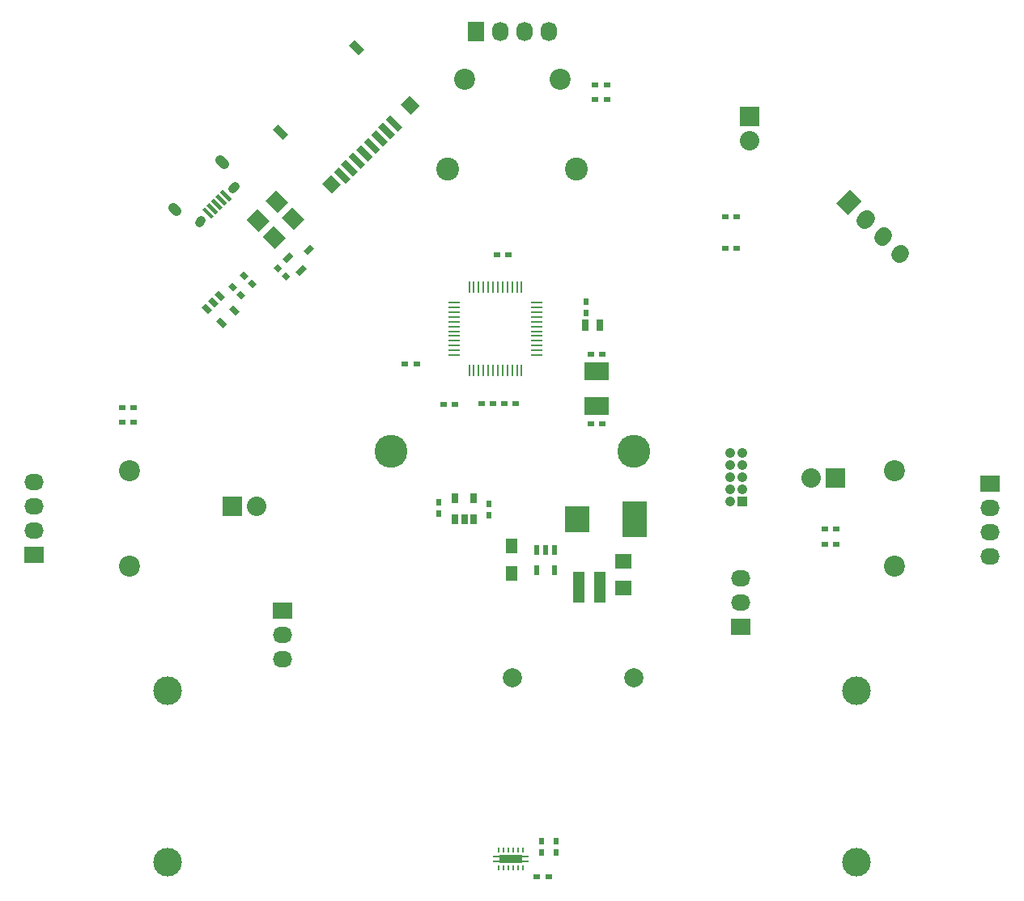
<source format=gbr>
G04 #@! TF.FileFunction,Soldermask,Top*
%FSLAX46Y46*%
G04 Gerber Fmt 4.6, Leading zero omitted, Abs format (unit mm)*
G04 Created by KiCad (PCBNEW (2015-07-04 BZR 5884, Git c1bbf3e)-product) date 02/05/2016 12:26:27 PM*
%MOMM*%
G01*
G04 APERTURE LIST*
%ADD10C,0.100000*%
%ADD11C,0.950000*%
%ADD12C,1.000000*%
%ADD13C,3.450000*%
%ADD14C,2.000000*%
%ADD15R,1.300000X0.250000*%
%ADD16R,0.250000X1.300000*%
%ADD17C,2.400000*%
%ADD18R,0.600000X0.700000*%
%ADD19R,0.700000X0.600000*%
%ADD20R,0.635000X1.143000*%
%ADD21R,1.150000X3.300000*%
%ADD22R,2.032000X2.032000*%
%ADD23O,2.032000X2.032000*%
%ADD24R,2.032000X1.727200*%
%ADD25O,2.032000X1.727200*%
%ADD26R,0.650000X1.060000*%
%ADD27R,0.599440X1.000760*%
%ADD28R,2.537160X1.837160*%
%ADD29R,1.200000X1.500000*%
%ADD30R,2.550160X2.700020*%
%ADD31R,2.550160X3.799840*%
%ADD32R,1.803400X1.600200*%
%ADD33C,2.200000*%
%ADD34R,1.727200X2.032000*%
%ADD35O,1.727200X2.032000*%
%ADD36R,1.050000X1.050000*%
%ADD37C,1.050000*%
%ADD38R,0.700000X0.250000*%
%ADD39R,0.250000X0.500000*%
%ADD40R,2.400000X0.840000*%
%ADD41C,1.727200*%
%ADD42C,3.000000*%
G04 APERTURE END LIST*
D10*
G36*
X109406040Y-126849131D02*
X109688882Y-126566289D01*
X110643476Y-127520883D01*
X110360634Y-127803725D01*
X109406040Y-126849131D01*
X109406040Y-126849131D01*
G37*
G36*
X108946420Y-127308751D02*
X109229262Y-127025909D01*
X110183856Y-127980503D01*
X109901014Y-128263345D01*
X108946420Y-127308751D01*
X108946420Y-127308751D01*
G37*
G36*
X108486801Y-127768370D02*
X108769643Y-127485528D01*
X109724237Y-128440122D01*
X109441395Y-128722964D01*
X108486801Y-127768370D01*
X108486801Y-127768370D01*
G37*
G36*
X108027182Y-128227990D02*
X108310024Y-127945148D01*
X109264618Y-128899742D01*
X108981776Y-129182584D01*
X108027182Y-128227990D01*
X108027182Y-128227990D01*
G37*
G36*
X107567562Y-128687609D02*
X107850404Y-128404767D01*
X108804998Y-129359361D01*
X108522156Y-129642203D01*
X107567562Y-128687609D01*
X107567562Y-128687609D01*
G37*
D11*
X110979352Y-126230413D02*
X110767220Y-126442545D01*
X107443818Y-129765947D02*
X107231686Y-129978079D01*
D12*
X109476750Y-123525730D02*
X109865658Y-123914638D01*
X104527003Y-128475478D02*
X104915911Y-128864386D01*
D13*
X152700000Y-154000000D03*
D14*
X140000000Y-177720000D03*
X152700000Y-177720000D03*
D13*
X127300000Y-154000000D03*
D15*
X142600000Y-143900000D03*
X142600000Y-143400000D03*
X142600000Y-142900000D03*
X142600000Y-142400000D03*
X142600000Y-141900000D03*
X142600000Y-141400000D03*
X142600000Y-140900000D03*
X142600000Y-140400000D03*
X142600000Y-139900000D03*
X142600000Y-139400000D03*
X142600000Y-138900000D03*
X142600000Y-138400000D03*
D16*
X141000000Y-136800000D03*
X140500000Y-136800000D03*
X140000000Y-136800000D03*
X139500000Y-136800000D03*
X139000000Y-136800000D03*
X138500000Y-136800000D03*
X138000000Y-136800000D03*
X137500000Y-136800000D03*
X137000000Y-136800000D03*
X136500000Y-136800000D03*
X136000000Y-136800000D03*
X135500000Y-136800000D03*
D15*
X133900000Y-138400000D03*
X133900000Y-138900000D03*
X133900000Y-139400000D03*
X133900000Y-139900000D03*
X133900000Y-140400000D03*
X133900000Y-140900000D03*
X133900000Y-141400000D03*
X133900000Y-141900000D03*
X133900000Y-142400000D03*
X133900000Y-142900000D03*
X133900000Y-143400000D03*
X133900000Y-143900000D03*
D16*
X135500000Y-145500000D03*
X136000000Y-145500000D03*
X136500000Y-145500000D03*
X137000000Y-145500000D03*
X137500000Y-145500000D03*
X138000000Y-145500000D03*
X138500000Y-145500000D03*
X139000000Y-145500000D03*
X139500000Y-145500000D03*
X140000000Y-145500000D03*
X140500000Y-145500000D03*
X141000000Y-145500000D03*
D17*
X133270000Y-124400000D03*
X146730000Y-124400000D03*
D18*
X147700000Y-139500000D03*
X147700000Y-138300000D03*
D19*
X148200000Y-151100000D03*
X149400000Y-151100000D03*
X139200000Y-149000000D03*
X140400000Y-149000000D03*
X148200000Y-143800000D03*
X149400000Y-143800000D03*
X138000000Y-149000000D03*
X136800000Y-149000000D03*
D18*
X137600000Y-160700000D03*
X137600000Y-159500000D03*
X132300000Y-159300000D03*
X132300000Y-160500000D03*
D19*
X138400000Y-133400000D03*
X139600000Y-133400000D03*
X130000000Y-144800000D03*
X128800000Y-144800000D03*
D18*
X144600000Y-194800000D03*
X144600000Y-196000000D03*
X143100000Y-194800000D03*
X143100000Y-196000000D03*
D19*
X142600000Y-198500000D03*
X143800000Y-198500000D03*
D10*
G36*
X113340330Y-128584474D02*
X114615526Y-129859670D01*
X113484014Y-130991182D01*
X112208818Y-129715986D01*
X113340330Y-128584474D01*
X113340330Y-128584474D01*
G37*
G36*
X115315986Y-126608818D02*
X116591182Y-127884014D01*
X115459670Y-129015526D01*
X114184474Y-127740330D01*
X115315986Y-126608818D01*
X115315986Y-126608818D01*
G37*
D20*
X149162000Y-140800000D03*
X147638000Y-140800000D03*
D21*
X149204027Y-168196367D03*
X147004027Y-168196367D03*
D22*
X110700000Y-159700000D03*
D23*
X113240000Y-159700000D03*
D22*
X173800000Y-156800000D03*
D23*
X171260000Y-156800000D03*
D22*
X164800000Y-118900000D03*
D23*
X164800000Y-121440000D03*
D10*
G36*
X112083883Y-137659619D02*
X111659619Y-138083883D01*
X111164645Y-137588909D01*
X111588909Y-137164645D01*
X112083883Y-137659619D01*
X112083883Y-137659619D01*
G37*
G36*
X111235355Y-136811091D02*
X110811091Y-137235355D01*
X110316117Y-136740381D01*
X110740381Y-136316117D01*
X111235355Y-136811091D01*
X111235355Y-136811091D01*
G37*
G36*
X111516117Y-135540381D02*
X111940381Y-135116117D01*
X112435355Y-135611091D01*
X112011091Y-136035355D01*
X111516117Y-135540381D01*
X111516117Y-135540381D01*
G37*
G36*
X112364645Y-136388909D02*
X112788909Y-135964645D01*
X113283883Y-136459619D01*
X112859619Y-136883883D01*
X112364645Y-136388909D01*
X112364645Y-136388909D01*
G37*
D19*
X132800000Y-149100000D03*
X134000000Y-149100000D03*
D10*
G36*
X116783883Y-135659619D02*
X116359619Y-136083883D01*
X115864645Y-135588909D01*
X116288909Y-135164645D01*
X116783883Y-135659619D01*
X116783883Y-135659619D01*
G37*
G36*
X115935355Y-134811091D02*
X115511091Y-135235355D01*
X115016117Y-134740381D01*
X115440381Y-134316117D01*
X115935355Y-134811091D01*
X115935355Y-134811091D01*
G37*
D24*
X163900000Y-172340000D03*
D25*
X163900000Y-169800000D03*
X163900000Y-167260000D03*
D10*
G36*
X109284474Y-137113567D02*
X109992118Y-137821211D01*
X109568250Y-138245079D01*
X108860606Y-137537435D01*
X109284474Y-137113567D01*
X109284474Y-137113567D01*
G37*
G36*
X107937435Y-138460606D02*
X108645079Y-139168250D01*
X108221211Y-139592118D01*
X107513567Y-138884474D01*
X107937435Y-138460606D01*
X107937435Y-138460606D01*
G37*
G36*
X108610955Y-137787087D02*
X109318599Y-138494731D01*
X108894731Y-138918599D01*
X108187087Y-138210955D01*
X108610955Y-137787087D01*
X108610955Y-137787087D01*
G37*
G36*
X109431750Y-139954921D02*
X110139394Y-140662565D01*
X109715526Y-141086433D01*
X109007882Y-140378789D01*
X109431750Y-139954921D01*
X109431750Y-139954921D01*
G37*
G36*
X110778789Y-138607882D02*
X111486433Y-139315526D01*
X111062565Y-139739394D01*
X110354921Y-139031750D01*
X110778789Y-138607882D01*
X110778789Y-138607882D01*
G37*
D26*
X134050000Y-161100000D03*
X135000000Y-161100000D03*
X135950000Y-161100000D03*
X135950000Y-158900000D03*
X134050000Y-158900000D03*
D27*
X144456527Y-164339727D03*
X142551527Y-164339727D03*
X143504027Y-164339727D03*
X142551527Y-166453007D03*
X144456527Y-166453007D03*
D28*
X148800000Y-145550000D03*
X148800000Y-149250000D03*
D29*
X139904027Y-163846367D03*
X139904027Y-166746367D03*
D30*
X146800260Y-161100000D03*
D31*
X152799740Y-161100000D03*
D32*
X151604027Y-168293367D03*
X151604027Y-165499367D03*
D33*
X100000000Y-166000000D03*
X100000000Y-156000000D03*
D24*
X90000000Y-164810000D03*
D25*
X90000000Y-162270000D03*
X90000000Y-159730000D03*
X90000000Y-157190000D03*
D34*
X136190000Y-110000000D03*
D35*
X138730000Y-110000000D03*
X141270000Y-110000000D03*
X143810000Y-110000000D03*
D24*
X190000000Y-157380000D03*
D25*
X190000000Y-159920000D03*
X190000000Y-162460000D03*
X190000000Y-165000000D03*
D36*
X164070000Y-159200000D03*
D37*
X164070000Y-157930000D03*
X164070000Y-156660000D03*
X164070000Y-155390000D03*
X164070000Y-154120000D03*
X162800000Y-157930000D03*
X162800000Y-156660000D03*
X162800000Y-155390000D03*
X162800000Y-154120000D03*
X162800000Y-159200000D03*
D10*
G36*
X117159670Y-130815526D02*
X115884474Y-129540330D01*
X117015986Y-128408818D01*
X118291182Y-129684014D01*
X117159670Y-130815526D01*
X117159670Y-130815526D01*
G37*
G36*
X115184014Y-132791182D02*
X113908818Y-131515986D01*
X115040330Y-130384474D01*
X116315526Y-131659670D01*
X115184014Y-132791182D01*
X115184014Y-132791182D01*
G37*
G36*
X116013567Y-133815526D02*
X116721211Y-133107882D01*
X117145079Y-133531750D01*
X116437435Y-134239394D01*
X116013567Y-133815526D01*
X116013567Y-133815526D01*
G37*
G36*
X118181401Y-132994731D02*
X118889045Y-132287087D01*
X119312913Y-132710955D01*
X118605269Y-133418599D01*
X118181401Y-132994731D01*
X118181401Y-132994731D01*
G37*
G36*
X117360606Y-135162565D02*
X118068250Y-134454921D01*
X118492118Y-134878789D01*
X117784474Y-135586433D01*
X117360606Y-135162565D01*
X117360606Y-135162565D01*
G37*
D38*
X141350000Y-196400000D03*
X141350000Y-196900000D03*
X138350000Y-196900000D03*
D39*
X140600000Y-197600000D03*
X141100000Y-197600000D03*
X140100000Y-197600000D03*
X139600000Y-197600000D03*
X138600000Y-195700000D03*
X138600000Y-197600000D03*
X139100000Y-197600000D03*
X139100000Y-195700000D03*
X139600000Y-195700000D03*
X141100000Y-195700000D03*
X140600000Y-195700000D03*
D40*
X139850000Y-196650000D03*
D39*
X140100000Y-195700000D03*
D38*
X138350000Y-196400000D03*
D19*
X162300000Y-129400000D03*
X163500000Y-129400000D03*
X162300000Y-132700000D03*
X163500000Y-132700000D03*
D10*
G36*
X116048171Y-121352334D02*
X114987511Y-120291674D01*
X115553197Y-119725988D01*
X116613857Y-120786648D01*
X116048171Y-121352334D01*
X116048171Y-121352334D01*
G37*
G36*
X129412489Y-118736038D02*
X128351829Y-117675378D01*
X129271067Y-116756140D01*
X130331727Y-117816800D01*
X129412489Y-118736038D01*
X129412489Y-118736038D01*
G37*
G36*
X128015953Y-120521484D02*
X126778516Y-119284047D01*
X127273491Y-118789072D01*
X128510928Y-120026509D01*
X128015953Y-120521484D01*
X128015953Y-120521484D01*
G37*
G36*
X127238136Y-121299301D02*
X126000699Y-120061864D01*
X126495674Y-119566889D01*
X127733111Y-120804326D01*
X127238136Y-121299301D01*
X127238136Y-121299301D01*
G37*
G36*
X126460318Y-122077119D02*
X125222881Y-120839682D01*
X125717856Y-120344707D01*
X126955293Y-121582144D01*
X126460318Y-122077119D01*
X126460318Y-122077119D01*
G37*
G36*
X125682501Y-122854936D02*
X124445064Y-121617499D01*
X124940039Y-121122524D01*
X126177476Y-122359961D01*
X125682501Y-122854936D01*
X125682501Y-122854936D01*
G37*
G36*
X124904683Y-123632754D02*
X123667246Y-122395317D01*
X124162221Y-121900342D01*
X125399658Y-123137779D01*
X124904683Y-123632754D01*
X124904683Y-123632754D01*
G37*
G36*
X124126866Y-124410571D02*
X122889429Y-123173134D01*
X123384404Y-122678159D01*
X124621841Y-123915596D01*
X124126866Y-124410571D01*
X124126866Y-124410571D01*
G37*
G36*
X123349048Y-125188389D02*
X122111611Y-123950952D01*
X122606586Y-123455977D01*
X123844023Y-124693414D01*
X123349048Y-125188389D01*
X123349048Y-125188389D01*
G37*
G36*
X122571231Y-125966206D02*
X121333794Y-124728769D01*
X121828769Y-124233794D01*
X123066206Y-125471231D01*
X122571231Y-125966206D01*
X122571231Y-125966206D01*
G37*
G36*
X121174695Y-126973832D02*
X120114035Y-125913172D01*
X121033273Y-124993934D01*
X122093933Y-126054594D01*
X121174695Y-126973832D01*
X121174695Y-126973832D01*
G37*
G36*
X123932412Y-112478143D02*
X122942463Y-111488194D01*
X123508148Y-110922509D01*
X124498097Y-111912458D01*
X123932412Y-112478143D01*
X123932412Y-112478143D01*
G37*
G36*
X175100135Y-129236976D02*
X173878820Y-128015661D01*
X175315661Y-126578820D01*
X176536976Y-127800135D01*
X175100135Y-129236976D01*
X175100135Y-129236976D01*
G37*
D41*
X176896186Y-129811712D02*
X177111712Y-129596186D01*
X178692237Y-131607763D02*
X178907763Y-131392237D01*
X180488289Y-133403815D02*
X180703815Y-133188289D01*
D24*
X116000000Y-170660000D03*
D25*
X116000000Y-173200000D03*
X116000000Y-175740000D03*
D19*
X148700000Y-115600000D03*
X149900000Y-115600000D03*
X149900000Y-117100000D03*
X148700000Y-117100000D03*
X100400000Y-150900000D03*
X99200000Y-150900000D03*
X99200000Y-149400000D03*
X100400000Y-149400000D03*
X172700000Y-162100000D03*
X173900000Y-162100000D03*
X173900000Y-163700000D03*
X172700000Y-163700000D03*
D33*
X145000000Y-115000000D03*
X135000000Y-115000000D03*
X180000000Y-166000000D03*
X180000000Y-156000000D03*
D42*
X104000000Y-197000000D03*
X104000000Y-179000000D03*
X176000000Y-179000000D03*
X176000000Y-197000000D03*
M02*

</source>
